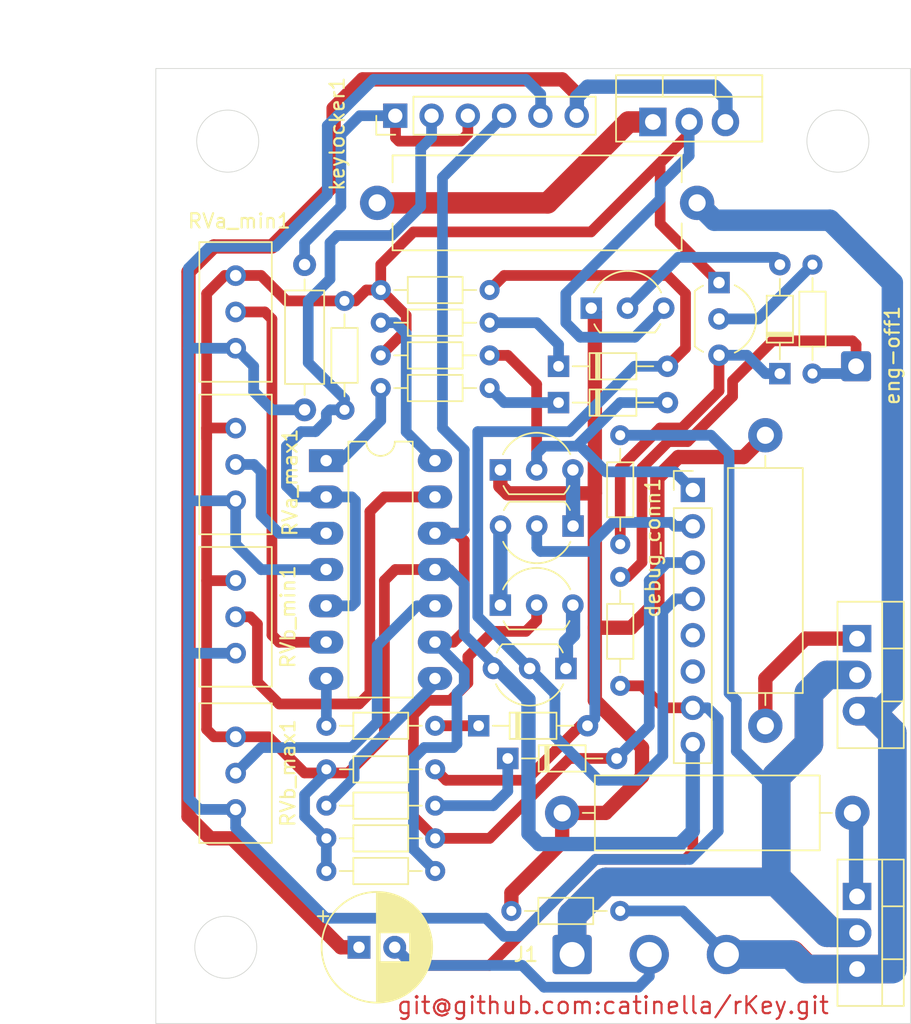
<source format=kicad_pcb>
(kicad_pcb (version 20211014) (generator pcbnew)
  (title_block (title "Resistor Key") (rev "2.1") (company "Panicosoft") (comment 1 "Two resistors version"))
  (layers (0 "F.Cu" signal) (31 "B.Cu" signal) (34 "B.Paste" user) (35 "F.Paste" user) (36 "B.SilkS" user "B.Silkscreen") (37 "F.SilkS" user "F.Silkscreen") (38 "B.Mask" user) (39 "F.Mask" user) (44 "Edge.Cuts" user))
  (net 0 "")
  (net 1 "Net-(Q8-Pad2)")
  (net 2 "GND")
  (net 3 "Net-(R2-Pad2)")
  (net 4 "Net-(R5-Pad1)")
  (net 5 "Net-(R3-Pad1)")
  (net 6 "Net-(J1-Pad3)")
  (net 7 "Net-(R1-Pad1)")
  (net 8 "Net-(R10-Pad2)")
  (net 9 "Net-(R5-Pad2)")
  (net 10 "Net-(Q3-Pad2)")
  (net 11 "Net-(Q1-Pad2)")
  (net 12 "Net-(R3-Pad2)")
  (net 13 "Net-(Q4-Pad2)")
  (net 14 "Net-(R6-Pad1)")
  (net 15 "Net-(R1-Pad2)")
  (net 16 "Net-(RVb_max1-Pad2)")
  (net 17 "Net-(RVa_min1-Pad2)")
  (net 18 "Net-(RVa_max1-Pad2)")
  (net 19 "Net-(RVb_min1-Pad2)")
  (net 20 "Net-(Q1-Pad1)")
  (net 21 "Net-(J1-Pad1)")
  (net 22 "Net-(R8-Pad1)")
  (net 23 "Net-(Q3-Pad3)")
  (net 24 "Net-(Q2-Pad3)")
  (net 25 "Net-(Q1-Pad3)")
  (net 26 "Net-(R7-Pad1)")
  (net 29 "Net-(R4-Pad1)")
  (net 30 "Net-(C1-Pad1)")
  (net 31 "Net-(R18-Pad2)")
  (net 32 "Net-(Q5-Pad2)")
  (net 33 "Net-(Q5-Pad3)")
  (net 34 "Net-(Q2-Pad2)")
  (net 35 "Net-(R2-Pad1)")
  (net 36 "Net-(R13-Pad2)")
  (net 37 "Net-(R4-Pad2)")
  (footprint "Resistor_THT:R_Axial_DIN0204_L3.6mm_D1.6mm_P7.62mm_Horizontal" (layer "F.Cu") (at 128.524 105.664)
    (fp_text reference "R17" hide)
    (fp_text value "8K")
  )
  (footprint "Potentiometer_THT:Potentiometer_Bourns_3296W_Vertical" (layer "F.Cu") (at 122.174 97.536 -90)
    (fp_text reference "RVb_min1")
    (fp_text value "10K")
  )
  (footprint "Resistor_THT:R_Axial_DIN0204_L3.6mm_D1.6mm_P7.62mm_Horizontal" (layer "F.Cu") (at 149.098 99.822 90)
    (fp_text reference "R14" hide)
    (fp_text value "100K")
  )
  (footprint "Package_TO_SOT_THT:TO-92L_Inline_Wide" (layer "F.Cu") (at 140.706 84.72)
    (fp_text reference "Q1" hide)
    (fp_text value "BC337")
  )
  (footprint "Package_TO_SOT_THT:TO-92L_Inline_Wide" (layer "F.Cu") (at 145.796 88.646 180)
    (fp_text reference "Q2" hide)
    (fp_text value "BC337")
  )
  (footprint "Resistor_THT:R_Axial_DIN0204_L3.6mm_D1.6mm_P7.62mm_Horizontal" (layer "F.Cu") (at 128.524 110.49)
    (fp_text reference "R16" hide)
    (fp_text value "8K")
  )
  (footprint "Resistor_THT:R_Axial_DIN0204_L3.6mm_D1.6mm_P7.62mm_Horizontal" (layer "F.Cu") (at 136.144 112.776 180)
    (fp_text reference "R8" hide)
    (fp_text value "2K")
  )
  (footprint "Diode_THT:D_DO-34_SOD68_P7.62mm_Horizontal" (layer "F.Cu") (at 141.224 104.902)
    (fp_text reference "ZD3" hide)
    (fp_text value "2V")
  )
  (footprint "Resistor_THT:R_Axial_DIN0204_L3.6mm_D1.6mm_P7.62mm_Horizontal" (layer "F.Cu") (at 162.56 70.358 -90)
    (fp_text reference "R13" hide)
    (fp_text value "12K")
  )
  (footprint "Package_DIP:DIP-14_W7.62mm_LongPads" (layer "F.Cu") (at 128.509 84.069)
    (fp_text reference "U1" hide)
    (fp_text value "TL084BCN")
  )
  (footprint "Connector_Wire:SolderWire-1sqmm_1x03_P5.4mm_D1.4mm_OD2.7mm" (layer "F.Cu") (at 145.73 118.618)
    (fp_text reference "J1")
    (fp_text value "Conn_01x03" hide)
  )
  (footprint "Package_TO_SOT_THT:TO-92L_Inline_Wide" (layer "F.Cu") (at 140.706 94.176)
    (fp_text reference "Q3" hide)
    (fp_text value "BC337")
  )
  (footprint "Capacitor_THT:CP_Radial_D7.5mm_P2.50mm" (layer "F.Cu") (at 130.81 118.11)
    (fp_text reference "C1" hide)
    (fp_text value "150uF")
  )
  (footprint "Resistor_THT:R_Axial_DIN0204_L3.6mm_D1.6mm_P7.62mm_Horizontal" (layer "F.Cu") (at 149.098 82.296 -90)
    (fp_text reference "R9" hide)
    (fp_text value "12K")
  )
  (footprint "Potentiometer_THT:Potentiometer_Bourns_3296W_Vertical" (layer "F.Cu") (at 122.174 86.878 -90)
    (fp_text reference "RVa_max1")
    (fp_text value "10K")
  )
  (footprint "Potentiometer_THT:Potentiometer_Bourns_3296W_Vertical" (layer "F.Cu") (at 122.174 108.468 -90)
    (fp_text reference "RVb_max1")
    (fp_text value "10K")
  )
  (footprint "Resistor_THT:R_Axial_DIN0204_L3.6mm_D1.6mm_P7.62mm_Horizontal" (layer "F.Cu") (at 128.524 102.616)
    (fp_text reference "R3" hide)
    (fp_text value "6K")
  )
  (footprint "Package_TO_SOT_THT:TO-220-3_Vertical" (layer "F.Cu") (at 165.679 96.52 -90)
    (fp_text reference "Q6" hide)
    (fp_text value "D45VH10")
  )
  (footprint "Package_TO_SOT_THT:TO-92L_Inline_Wide" (layer "F.Cu") (at 156.014 71.618 -90)
    (fp_text reference "Q5" hide)
    (fp_text value "BC327")
  )
  (footprint "Diode_THT:D_DO-34_SOD68_P7.62mm_Horizontal" (layer "F.Cu") (at 160.274 77.983 90)
    (fp_text reference "ZD1" hide)
    (fp_text value "2V")
  )
  (footprint "Connector_PinHeader_2.54mm:PinHeader_1x06_P2.54mm_Vertical" (layer "F.Cu") (at 133.35 59.944 90)
    (fp_text reference "keylocker1")
    (fp_text value "Conn_01x06" hide)
  )
  (footprint "Resistor_THT:R_Axial_DIN0204_L3.6mm_D1.6mm_P7.62mm_Horizontal" (layer "F.Cu") (at 132.334 76.708)
    (fp_text reference "R15" hide)
    (fp_text value "8K")
  )
  (footprint "Resistor_THT:R_Axial_DIN0207_L6.3mm_D2.5mm_P10.16mm_Horizontal" (layer "F.Cu") (at 127 80.518 90)
    (fp_text reference "R1" hide)
    (fp_text value "100")
  )
  (footprint "Package_TO_SOT_THT:TO-92L_Inline_Wide" (layer "F.Cu") (at 145.298 98.61 180)
    (fp_text reference "Q4" hide)
    (fp_text value "BC337")
  )
  (footprint "Diode_THT:D_DO-34_SOD68_P7.62mm_Horizontal" (layer "F.Cu") (at 139.187 102.616)
    (fp_text reference "ZD2" hide)
    (fp_text value "2V")
  )
  (footprint "Connector_PinHeader_2.54mm:PinHeader_1x08_P2.54mm_Vertical" (layer "F.Cu") (at 154.178 86.121)
    (fp_text reference "debug_conn1")
    (fp_text value "Conn_01x08" hide)
  )
  (footprint "Resistor_THT:R_Axial_DIN0204_L3.6mm_D1.6mm_P7.62mm_Horizontal" (layer "F.Cu") (at 149.098 115.57 180)
    (fp_text reference "R11" hide)
    (fp_text value "100K")
  )
  (footprint "Package_TO_SOT_THT:TO-220-3_Vertical" (layer "F.Cu") (at 151.384 60.381)
    (fp_text reference "U2" hide)
    (fp_text value "LM7810_TO220")
  )
  (footprint "Resistor_THT:R_Axial_DIN0204_L3.6mm_D1.6mm_P7.62mm_Horizontal" (layer "F.Cu") (at 132.334 72.136)
    (fp_text reference "R12" hide)
    (fp_text value "8K")
  )
  (footprint "Package_TO_SOT_THT:TO-220-3_Vertical" (layer "F.Cu") (at 165.679 114.554 -90)
    (fp_text reference "Q7" hide)
    (fp_text value "D45VH10")
  )
  (footprint "Resistor_THT:R_Axial_DIN0204_L3.6mm_D1.6mm_P7.62mm_Horizontal" (layer "F.Cu") (at 129.794 80.518 90)
    (fp_text reference "R7" hide)
    (fp_text value "2K")
  )
  (footprint "Resistor_THT:R_Axial_DIN0516_L15.5mm_D5.0mm_P20.32mm_Horizontal" (layer "F.Cu") (at 145.034 108.712)
    (fp_text reference "R10" hide)
    (fp_text value "100")
  )
  (footprint "Resistor_THT:R_Axial_DIN0204_L3.6mm_D1.6mm_P7.62mm_Horizontal" (layer "F.Cu") (at 132.334 74.422)
    (fp_text reference "R5" hide)
    (fp_text value "6K")
  )
  (footprint "Diode_THT:D_DO-34_SOD68_P7.62mm_Horizontal" (layer "F.Cu") (at 144.78 77.47)
    (fp_text reference "ZD4" hide)
    (fp_text value "2V")
  )
  (footprint "Resistor_THT:R_Axial_DIN0204_L3.6mm_D1.6mm_P7.62mm_Horizontal" (layer "F.Cu") (at 128.524 108.204)
    (fp_text reference "R4" hide)
    (fp_text value "6K")
  )
  (footprint "Resistor_THT:R_Axial_Power_L20.0mm_W6.4mm_P22.40mm" (layer "F.Cu") (at 132.08 66.04)
    (fp_text reference "R6" hide)
    (fp_text value "20")
  )
  (footprint "Connector_Wire:SolderWire-0.5sqmm_1x01_D0.9mm_OD2.1mm" (layer "F.Cu") (at 165.608 77.47)
    (fp_text reference "eng-off1")
    (fp_text value "Conn_01x01" hide)
  )
  (footprint "Potentiometer_THT:Potentiometer_Bourns_3296W_Vertical" (layer "F.Cu") (at 122.174 76.21 -90)
    (fp_text reference "RVa_min1")
    (fp_text value "10K")
  )
  (footprint "Diode_THT:D_DO-34_SOD68_P7.62mm_Horizontal" (layer "F.Cu") (at 144.78 80.01)
    (fp_text reference "ZD5" hide)
    (fp_text value "2V")
  )
  (footprint "Resistor_THT:R_Axial_DIN0204_L3.6mm_D1.6mm_P7.62mm_Horizontal" (layer "F.Cu") (at 132.334 78.994)
    (fp_text reference "R2" hide)
    (fp_text value "6K")
  )
  (footprint "Resistor_THT:R_Axial_DIN0516_L15.5mm_D5.0mm_P20.32mm_Horizontal" (layer "F.Cu") (at 159.258 82.296 -90)
    (fp_text reference "R18" hide)
    (fp_text value "100")
  )
  (footprint "Package_TO_SOT_THT:TO-92L_Inline_Wide" (layer "F.Cu") (at 147.066 73.406)
    (fp_text reference "Q8" hide)
    (fp_text value "BC337")
  )
  (gr_circle (center 121.618092 61.722) (end 123.650092 62.484) (layer "Edge.Cuts") (width 0.05) (fill none))
  (gr_circle (center 164.338 61.722) (end 166.37 62.484) (layer "Edge.Cuts") (width 0.05) (fill none))
  (gr_rect (start 116.586 56.642) (end 169.418 123.444) (layer "Edge.Cuts") (width 0.05) (fill none))
  (gr_circle (center 121.48282 118.11) (end 123.51482 118.872) (layer "Edge.Cuts") (width 0.05) (fill none))
  (gr_text "git@github.com:catinella/rKey.git" (at 148.59 122.174) (layer "F.Cu") (effects (font (size 1.2 1.2))))
  (segment (start 153.162 69.85) (end 149.606 73.406) (width 0.75) (layer "B.Cu") (net 1))
  (segment (start 160.274 70.104) (end 160.02 69.85) (width 0.75) (layer "B.Cu") (net 1))
  (segment (start 160.02 69.85) (end 153.162 69.85) (width 0.75) (layer "B.Cu") (net 1))
  (segment (start 133.31 118.11) (end 134.58 119.38) (width 0.75) (layer "F.Cu") (net 2))
  (segment (start 153.924 61.1975) (end 153.924 60.635) (width 0.75) (layer "F.Cu") (net 2))
  (segment (start 132.334 70.358) (end 134.62 68.072) (width 0.75) (layer "F.Cu") (net 2))
  (segment (start 131.318 72.136) (end 132.334 72.136) (width 0.75) (layer "F.Cu") (net 2))
  (segment (start 120.66 103.388) (end 124.47 103.388) (width 0.75) (layer "F.Cu") (net 2))
  (segment (start 130.048 105.918) (end 132.588 103.378) (width 0.75) (layer "F.Cu") (net 2))
  (segment (start 120.142 102.87) (end 120.66 103.388) (width 0.75) (layer "F.Cu") (net 2))
  (segment (start 147.371 111.963) (end 153.647498 111.963) (width 0.75) (layer "F.Cu") (net 2))
  (segment (start 134.112 73.914) (end 132.334 72.136) (width 0.75) (layer "F.Cu") (net 2))
  (segment (start 132.588 103.378) (end 132.588 92.456) (width 0.75) (layer "F.Cu") (net 2))
  (segment (start 151.892 67.496) (end 156.014 71.618) (width 0.75) (layer "F.Cu") (net 2))
  (segment (start 132.334 72.136) (end 132.334 70.358) (width 0.75) (layer "F.Cu") (net 2))
  (segment (start 123.952 71.12) (end 125.73 72.898) (width 0.75) (layer "F.Cu") (net 2))
  (segment (start 132.588 92.456) (end 133.355 91.689) (width 0.75) (layer "F.Cu") (net 2))
  (segment (start 130.556 72.898) (end 131.318 72.136) (width 0.75) (layer "F.Cu") (net 2))
  (segment (start 153.924 60.381) (end 153.924 61.214) (width 0.75) (layer "F.Cu") (net 2))
  (segment (start 139.954 119.38) (end 147.371 111.963) (width 0.75) (layer "F.Cu") (net 2))
  (segment (start 122.174 92.456) (end 122.164 92.466) (width 0.75) (layer "F.Cu") (net 2))
  (segment (start 153.647498 111.963) (end 154.178 111.432498) (width 0.75) (layer "F.Cu") (net 2))
  (segment (start 121.412 71.12) (end 123.952 71.12) (width 0.75) (layer "F.Cu") (net 2))
  (segment (start 134.112 74.93) (end 134.112 73.914) (width 0.75) (layer "F.Cu") (net 2))
  (segment (start 153.924 61.214) (end 151.892 63.246) (width 0.75) (layer "F.Cu") (net 2))
  (segment (start 120.142 81.788) (end 120.142 102.87) (width 0.75) (layer "F.Cu") (net 2))
  (segment (start 127 105.918) (end 130.048 105.918) (width 0.75) (layer "F.Cu") (net 2))
  (segment (start 122.164 81.788) (end 120.142 81.788) (width 0.75) (layer "F.Cu") (net 2))
  (segment (start 124.47 103.388) (end 127 105.918) (width 0.75) (layer "F.Cu") (net 2))
  (segment (start 147.0495 68.072) (end 153.924 61.1975) (width 0.75) (layer "F.Cu") (net 2))
  (segment (start 122.164 92.466) (end 120.142 92.466) (width 0.75) (layer "F.Cu") (net 2))
  (segment (start 132.334 76.708) (end 134.112 74.93) (width 0.75) (layer "F.Cu") (net 2))
  (segment (start 120.142 72.39) (end 121.412 71.12) (width 0.75) (layer "F.Cu") (net 2))
  (segment (start 125.73 72.898) (end 130.556 72.898) (width 0.75) (layer "F.Cu") (net 2))
  (segment (start 154.178 111.432498) (end 154.178 103.901) (width 0.75) (layer "F.Cu") (net 2))
  (segment (start 122.174 81.798) (end 122.164 81.788) (width 0.75) (layer "F.Cu") (net 2))
  (segment (start 151.892 63.246) (end 151.892 67.496) (width 0.75) (layer "F.Cu") (net 2))
  (segment (start 134.62 68.072) (end 147.0495 68.072) (width 0.75) (layer "F.Cu") (net 2))
  (segment (start 120.142 82.55) (end 120.142 72.39) (width 0.75) (layer "F.Cu") (net 2))
  (segment (start 133.355 91.689) (end 137.145 91.689) (width 0.75) (layer "F.Cu") (net 2))
  (segment (start 134.58 119.38) (end 139.954 119.38) (width 0.75) (layer "F.Cu") (net 2))
  (segment (start 154.178 103.901) (end 154.178 109.982) (width 1) (layer "B.Cu") (net 2))
  (segment (start 151.13 120.142) (end 150.368 120.904) (width 0.75) (layer "B.Cu") (net 2))
  (segment (start 146.304 75.438) (end 145.288 74.422) (width 0.75) (layer "B.Cu") (net 2))
  (segment (start 145.288 74.422) (end 145.288 72.39) (width 0.75) (layer "B.Cu") (net 2))
  (segment (start 128.524 110.49) (end 127 108.966) (width 0.75) (layer "B.Cu") (net 2))
  (segment (start 151.892 64.77) (end 153.924 62.738) (width 0.75) (layer "B.Cu") (net 2))
  (segment (start 151.13 118.618) (end 151.13 120.142) (width 0.75) (layer "B.Cu") (net 2))
  (segment (start 153.272 110.888) (end 143.4 110.888) (width 1) (layer "B.Cu") (net 2))
  (segment (start 140.218 98.308) (end 138.176 96.266) (width 0.75) (layer "B.Cu") (net 2))
  (segment (start 127 107.442) (end 128.524 105.918) (width 0.75) (layer "B.Cu") (net 2))
  (segment (start 142.24 119.38) (end 134.58 119.38) (width 0.75) (layer "B.Cu") (net 2))
  (segment (start 142.674 110.162) (end 142.674 100.764) (width 1) (layer "B.Cu") (net 2))
  (segment (start 143.764 120.904) (end 142.24 119.38) (width 0.75) (layer "B.Cu") (net 2))
  (segment (start 154.178 109.982) (end 153.272 110.888) (width 1) (layer "B.Cu") (net 2))
  (segment (start 138.176 96.266) (end 138.176 92.72) (width 0.75) (layer "B.Cu") (net 2))
  (segment (start 145.288 72.39) (end 151.892 65.786) (width 0.75) (layer "B.Cu") (net 2))
  (segment (start 143.4 110.888) (end 142.674 110.162) (width 1) (layer "B.Cu") (net 2))
  (segment (start 138.176 92.72) (end 137.145 91.689) (width 0.75) (layer "B.Cu") (net 2))
  (segment (start 134.58 119.38) (end 133.31 118.11) (width 0.75) (layer "B.Cu") (net 2))
  (segment (start 128.524 112.776) (end 128.524 110.49) (width 0.75) (layer "B.Cu") (net 2))
  (segment (start 152.146 73.406) (end 150.114 75.438) (width 0.75) (layer "B.Cu") (net 2))
  (segment (start 150.114 75.438) (end 146.304 75.438) (width 0.75) (layer "B.Cu") (net 2))
  (segment (start 142.674 100.764) (end 140.218 98.308) (width 1) (layer "B.Cu") (net 2))
  (segment (start 150.368 120.904) (end 143.764 120.904) (width 0.75) (layer "B.Cu") (net 2))
  (segment (start 151.892 65.786) (end 151.892 64.77) (width 0.75) (layer "B.Cu") (net 2))
  (segment (start 127 108.966) (end 127 107.442) (width 0.75) (layer "B.Cu") (net 2))
  (segment (start 153.924 62.738) (end 153.924 60.381) (width 0.75) (layer "B.Cu") (net 2))
  (segment (start 140.97 80.01) (end 144.78 80.01) (width 0.75) (layer "B.Cu") (net 3))
  (segment (start 139.954 78.994) (end 140.97 80.01) (width 0.75) (layer "B.Cu") (net 3))
  (segment (start 134.112 75.184) (end 133.35 74.422) (width 0.75) (layer "B.Cu") (net 4))
  (segment (start 133.35 74.422) (end 132.334 74.422) (width 0.75) (layer "B.Cu") (net 4))
  (segment (start 136.129 84.069) (end 134.112 82.052) (width 0.75) (layer "B.Cu") (net 4))
  (segment (start 134.112 82.052) (end 134.112 75.184) (width 0.75) (layer "B.Cu") (net 4))
  (segment (start 128.524 99.324) (end 128.524 102.616) (width 0.75) (layer "B.Cu") (net 5))
  (segment (start 128.509 99.309) (end 128.524 99.324) (width 0.75) (layer "B.Cu") (net 5))
  (segment (start 156.53 118.618) (end 161.107 118.618) (width 2) (layer "F.Cu") (net 6))
  (segment (start 162.123 119.634) (end 167.894 119.634) (width 2) (layer "F.Cu") (net 6))
  (segment (start 166.624 101.6) (end 165.679 101.6) (width 2) (layer "F.Cu") (net 6))
  (segment (start 167.894 119.634) (end 168.148 119.38) (width 2) (layer "F.Cu") (net 6))
  (segment (start 168.148 103.124) (end 166.624 101.6) (width 2) (layer "F.Cu") (net 6))
  (segment (start 168.148 119.38) (end 168.148 103.124) (width 2) (layer "F.Cu") (net 6))
  (segment (start 161.107 118.618) (end 162.123 119.634) (width 2) (layer "F.Cu") (net 6))
  (segment (start 161.036 118.618) (end 156.53 118.618) (width 2) (layer "B.Cu") (net 6))
  (segment (start 162.052 119.634) (end 161.036 118.618) (width 2) (layer "B.Cu") (net 6))
  (segment (start 167.132 101.6) (end 168.148 100.584) (width 1.5) (layer "B.Cu") (net 6))
  (segment (start 168.148 100.584) (end 168.148 71.628) (width 1.5) (layer "B.Cu") (net 6))
  (segment (start 155.695 67.255) (end 154.48 66.04) (width 1.5) (layer "B.Cu") (net 6))
  (segment (start 168.148 103.124) (end 168.148 119.634) (width 2) (layer "B.Cu") (net 6))
  (segment (start 163.775 67.255) (end 155.695 67.255) (width 1.5) (layer "B.Cu") (net 6))
  (segment (start 165.679 101.6) (end 167.132 101.6) (width 1.5) (layer "B.Cu") (net 6))
  (segment (start 168.148 71.628) (end 163.775 67.255) (width 1.5) (layer "B.Cu") (net 6))
  (segment (start 149.098 115.57) (end 153.482 115.57) (width 0.75) (layer "B.Cu") (net 6))
  (segment (start 165.679 101.6) (end 166.624 101.6) (width 2) (layer "B.Cu") (net 6))
  (segment (start 166.624 101.6) (end 168.148 103.124) (width 2) (layer "B.Cu") (net 6))
  (segment (start 153.482 115.57) (end 156.53 118.618) (width 0.75) (layer "B.Cu") (net 6))
  (segment (start 168.148 119.634) (end 162.052 119.634) (width 2) (layer "B.Cu") (net 6))
  (segment (start 150.622 99.822) (end 152.161 101.361) (width 0.75) (layer "F.Cu") (net 7))
  (segment (start 152.161 101.361) (end 154.178 101.361) (width 0.75) (layer "F.Cu") (net 7))
  (segment (start 149.098 99.822) (end 150.622 99.822) (width 0.75) (layer "F.Cu") (net 7))
  (segment (start 118.872 107.696) (end 118.872 86.878) (width 0.75) (layer "B.Cu") (net 7))
  (segment (start 119.644 108.468) (end 118.872 107.696) (width 0.75) (layer "B.Cu") (net 7))
  (segment (start 127 80.518) (end 124.714 80.518) (width 0.75) (layer "B.Cu") (net 7))
  (segment (start 122.174 108.468) (end 119.644 108.468) (width 0.75) (layer "B.Cu") (net 7))
  (segment (start 139.7 116.078) (end 128.498877 116.078) (width 0.75) (layer "B.Cu") (net 7))
  (segment (start 122.174 89.916) (end 122.174 86.878) (width 0.75) (layer "B.Cu") (net 7))
  (segment (start 128.59 60.64) (end 131.826 57.404) (width 0.75) (layer "B.Cu") (net 7))
  (segment (start 155.956 109.982) (end 153.975 111.963) (width 0.75) (layer "B.Cu") (net 7))
  (segment (start 118.882 76.21) (end 118.872 76.2) (width 0.75) (layer "B.Cu") (net 7))
  (segment (start 120.396 69.088) (end 124.968 69.088) (width 0.75) (layer "B.Cu") (net 7))
  (segment (start 118.872 70.612) (end 120.396 69.088) (width 0.75) (layer "B.Cu") (net 7))
  (segment (start 123.952 91.694) (end 122.174 89.916) (width 0.75) (layer "B.Cu") (net 7))
  (segment (start 153.975 111.963) (end 147.371 111.963) (width 0.75) (layer "B.Cu") (net 7))
  (segment (start 118.872 87.376) (end 118.872 76.2) (width 0.75) (layer "B.Cu") (net 7))
  (segment (start 155.209 101.361) (end 155.956 102.108) (width 0.75) (layer "B.Cu") (net 7))
  (segment (start 143.525 58.435) (end 143.525 59.69) (width 0.75) (layer "B.Cu") (net 7))
  (segment (start 155.956 102.108) (end 155.956 109.982) (width 0.75) (layer "B.Cu") (net 7))
  (segment (start 122.164 97.546) (end 118.872 97.546) (width 0.75) (layer "B.Cu") (net 7))
  (segment (start 154.178 101.361) (end 155.209 101.361) (width 0.75) (layer "B.Cu") (net 7))
  (segment (start 128.509 91.689) (end 128.504 91.694) (width 0.75) (layer "B.Cu") (net 7))
  (segment (start 122.174 76.21) (end 118.882 76.21) (width 0.75) (layer "B.Cu") (net 7))
  (segment (start 131.826 57.404) (end 142.494 57.404) (width 0.75) (layer "B.Cu") (net 7))
  (segment (start 124.968 69.088) (end 128.59 65.466) (width 0.75) (layer "B.Cu") (net 7))
  (segment (start 118.872 76.2) (end 118.872 73.914) (width 0.75) (layer "B.Cu") (net 7))
  (segment (start 124.714 80.518) (end 123.434 79.238) (width 0.75) (layer "B.Cu") (net 7))
  (segment (start 123.434 79.238) (end 123.434 77.47) (width 0.75) (layer "B.Cu") (net 7))
  (segment (start 122.174 97.536) (end 122.164 97.546) (width 0.75) (layer "B.Cu") (net 7))
  (segment (start 128.59 65.466) (end 128.59 60.64) (width 0.75) (layer "B.Cu") (net 7))
  (segment (start 123.434 77.47) (end 122.174 76.21) (width 0.75) (layer "B.Cu") (net 7))
  (segment (start 142.494 57.404) (end 143.525 58.435) (width 0.75) (layer "B.Cu") (net 7))
  (segment (start 128.498877 116.078) (end 122.174 109.753123) (width 0.75) (layer "B.Cu") (net 7))
  (segment (start 122.174 109.753123) (end 122.174 108.468) (width 0.75) (layer "B.Cu") (net 7))
  (segment (start 140.97 117.348) (end 139.7 116.078) (width 0.75) (layer "B.Cu") (net 7))
  (segment (start 118.872 86.878) (end 122.174 86.878) (width 0.75) (layer "B.Cu") (net 7))
  (segment (start 141.986 117.348) (end 140.97 117.348) (width 0.75) (layer "B.Cu") (net 7))
  (segment (start 147.371 111.963) (end 141.986 117.348) (width 0.75) (layer "B.Cu") (net 7))
  (segment (start 118.872 74.168) (end 118.872 70.612) (width 0.75) (layer "B.Cu") (net 7))
  (segment (start 128.504 91.694) (end 123.952 91.694) (width 0.75) (layer "B.Cu") (net 7))
  (segment (start 165.679 114.554) (end 165.608 114.483) (width 0.75) (layer "B.Cu") (net 8))
  (segment (start 165.608 114.483) (end 165.608 108.712) (width 1) (layer "B.Cu") (net 8))
  (segment (start 139.954 74.422) (end 143.256 74.422) (width 0.75) (layer "B.Cu") (net 9))
  (segment (start 144.78 75.946) (end 144.78 77.47) (width 0.75) (layer "B.Cu") (net 9))
  (segment (start 143.256 74.422) (end 144.78 75.946) (width 0.75) (layer "B.Cu") (net 9))
  (segment (start 135.636 100.838) (end 137.213833 100.838) (width 0.75) (layer "F.Cu") (net 10))
  (segment (start 137.213833 100.838) (end 138.43 99.621833) (width 0.75) (layer "F.Cu") (net 10))
  (segment (start 145.542 104.902) (end 139.954 110.49) (width 0.75) (layer "F.Cu") (net 10))
  (segment (start 148.844 104.902) (end 145.542 104.902) (width 0.75) (layer "F.Cu") (net 10))
  (segment (start 140.208 96.012) (end 142.494 96.012) (width 0.75) (layer "F.Cu") (net 10))
  (segment (start 142.494 96.012) (end 143.246 95.26) (width 0.75) (layer "F.Cu") (net 10))
  (segment (start 134.62 108.966) (end 134.62 101.854) (width 0.75) (layer "F.Cu") (net 10))
  (segment (start 138.43 97.79) (end 140.208 96.012) (width 0.75) (layer "F.Cu") (net 10))
  (segment (start 143.246 95.26) (end 143.246 94.176) (width 0.75) (layer "F.Cu") (net 10))
  (segment (start 136.144 110.49) (end 134.62 108.966) (width 0.75) (layer "F.Cu") (net 10))
  (segment (start 139.954 110.49) (end 136.144 110.49) (width 0.75) (layer "F.Cu") (net 10))
  (segment (start 138.43 99.621833) (end 138.43 97.79) (width 0.75) (layer "F.Cu") (net 10))
  (segment (start 134.62 101.854) (end 135.636 100.838) (width 0.75) (layer "F.Cu") (net 10))
  (segment (start 151.13 102.616) (end 148.844 104.902) (width 0.75) (layer "B.Cu") (net 10))
  (segment (start 151.13 92.456) (end 151.13 102.616) (width 0.75) (layer "B.Cu") (net 10))
  (segment (start 154.178 91.201) (end 152.385 91.201) (width 0.75) (layer "B.Cu") (net 10))
  (segment (start 152.385 91.201) (end 151.13 92.456) (width 0.75) (layer "B.Cu") (net 10))
  (segment (start 141.224 76.708) (end 143.246 78.73) (width 0.75) (layer "F.Cu") (net 11))
  (segment (start 143.246 78.73) (end 143.246 84.72) (width 0.75) (layer "F.Cu") (net 11))
  (segment (start 139.954 76.708) (end 141.224 76.708) (width 0.75) (layer "F.Cu") (net 11))
  (segment (start 146.304 83.058) (end 148.097 84.851) (width 0.75) (layer "B.Cu") (net 11))
  (segment (start 148.097 84.851) (end 152.908 84.851) (width 0.75) (layer "B.Cu") (net 11))
  (segment (start 152.908 84.851) (end 154.178 86.121) (width 0.75) (layer "B.Cu") (net 11))
  (segment (start 143.246 84.72) (end 143.246 83.576) (width 0.75) (layer "B.Cu") (net 11))
  (segment (start 143.764 83.058) (end 146.05 83.058) (width 0.75) (layer "B.Cu") (net 11))
  (segment (start 146.05 83.058) (end 149.098 80.01) (width 0.75) (layer "B.Cu") (net 11))
  (segment (start 143.246 83.576) (end 143.764 83.058) (width 0.75) (layer "B.Cu") (net 11))
  (segment (start 149.098 80.01) (end 152.4 80.01) (width 0.75) (layer "B.Cu") (net 11))
  (segment (start 139.187 102.616) (end 136.144 102.616) (width 0.75) (layer "F.Cu") (net 12))
  (segment (start 153.67 72.39) (end 153.67 76.2) (width 0.75) (layer "F.Cu") (net 13))
  (segment (start 140.97 71.12) (end 152.4 71.12) (width 0.75) (layer "F.Cu") (net 13))
  (segment (start 152.4 71.12) (end 153.67 72.39) (width 0.75) (layer "F.Cu") (net 13))
  (segment (start 139.954 72.136) (end 140.97 71.12) (width 0.75) (layer "F.Cu") (net 13))
  (segment (start 153.67 76.2) (end 152.4 77.47) (width 0.75) (layer "F.Cu") (net 13))
  (segment (start 147.574 106.426) (end 150.368 106.426) (width 0.75) (layer "B.Cu") (net 13))
  (segment (start 144.526 100.378) (end 144.526 103.378) (width 0.75) (layer "B.Cu") (net 13))
  (segment (start 152.4 77.47) (end 150.114 77.47) (width 0.75) (layer "B.Cu") (net 13))
  (segment (start 139.126 82.042) (end 139.126 94.978) (width 0.75) (layer "B.Cu") (net 13))
  (segment (start 150.368 106.426) (end 152.08 104.714) (width 0.75) (layer "B.Cu") (net 13))
  (segment (start 145.542 82.042) (end 139.126 82.042) (width 0.75) (layer "B.Cu") (net 13))
  (segment (start 150.114 77.47) (end 145.542 82.042) (width 0.75) (layer "B.Cu") (net 13))
  (segment (start 144.526 103.378) (end 147.574 106.426) (width 0.75) (layer "B.Cu") (net 13))
  (segment (start 152.966502 93.741) (end 154.178 93.741) (width 0.75) (layer "B.Cu") (net 13))
  (segment (start 152.08 94.627502) (end 152.966502 93.741) (width 0.75) (layer "B.Cu") (net 13))
  (segment (start 139.126 94.978) (end 144.526 100.378) (width 0.75) (layer "B.Cu") (net 13))
  (segment (start 152.08 104.714) (end 152.08 94.627502) (width 0.75) (layer "B.Cu") (net 13))
  (segment (start 132.08 66.04) (end 144.018 66.04) (width 1.5) (layer "F.Cu") (net 14))
  (segment (start 149.677 60.381) (end 151.384 60.381) (width 1.5) (layer "F.Cu") (net 14))
  (segment (start 144.018 66.04) (end 149.677 60.381) (width 1.5) (layer "F.Cu") (net 14))
  (segment (start 133.604 61.722) (end 137.922 61.722) (width 0.75) (layer "F.Cu") (net 15))
  (segment (start 138.43 61.214) (end 138.43 59.944) (width 0.75) (layer "F.Cu") (net 15))
  (segment (start 137.922 61.722) (end 138.43 61.214) (width 0.75) (layer "F.Cu") (net 15))
  (segment (start 133.365 59.69) (end 133.365 61.483) (width 0.75) (layer "F.Cu") (net 15))
  (segment (start 133.365 61.483) (end 133.604 61.722) (width 0.75) (layer "F.Cu") (net 15))
  (segment (start 127 70.358) (end 127 68.834) (width 0.75) (layer "B.Cu") (net 15))
  (segment (start 130.863498 59.944) (end 133.35 59.944) (width 0.75) (layer "B.Cu") (net 15))
  (segment (start 129.54 66.294) (end 129.54 61.267498) (width 0.75) (layer "B.Cu") (net 15))
  (segment (start 127 68.834) (end 129.54 66.294) (width 0.75) (layer "B.Cu") (net 15))
  (segment (start 129.54 61.267498) (end 130.863498 59.944) (width 0.75) (layer "B.Cu") (net 15))
  (segment (start 132.08 102.362) (end 132.08 97.028) (width 0.75) (layer "B.Cu") (net 16))
  (segment (start 123.962 104.14) (end 130.302 104.14) (width 0.75) (layer "B.Cu") (net 16))
  (segment (start 132.08 97.028) (end 134.879 94.229) (width 0.75) (layer "B.Cu") (net 16))
  (segment (start 122.174 105.928) (end 123.962 104.14) (width 0.75) (layer "B.Cu") (net 16))
  (segment (start 130.302 104.14) (end 132.08 102.362) (width 0.75) (layer "B.Cu") (net 16))
  (segment (start 134.879 94.229) (end 136.129 94.229) (width 0.75) (layer "B.Cu") (net 16))
  (segment (start 124.216 73.67) (end 122.174 73.67) (width 0.75) (layer "F.Cu") (net 17))
  (segment (start 124.714 96.266) (end 124.714 74.168) (width 0.75) (layer "F.Cu") (net 17))
  (segment (start 128.504 96.774) (end 125.222 96.774) (width 0.75) (layer "F.Cu") (net 17))
  (segment (start 124.714 74.168) (end 124.216 73.67) (width 0.75) (layer "F.Cu") (net 17))
  (segment (start 128.509 96.769) (end 128.504 96.774) (width 0.75) (layer "F.Cu") (net 17))
  (segment (start 125.222 96.774) (end 124.714 96.266) (width 0.75) (layer "F.Cu") (net 17))
  (segment (start 128.509 89.149) (end 128.504 89.154) (width 0.75) (layer "B.Cu") (net 18))
  (segment (start 123.952 87.884) (end 123.952 84.836) (width 0.75) (layer "B.Cu") (net 18))
  (segment (start 123.454 84.338) (end 122.174 84.338) (width 0.75) (layer "B.Cu") (net 18))
  (segment (start 123.952 84.836) (end 123.454 84.338) (width 0.75) (layer "B.Cu") (net 18))
  (segment (start 128.504 89.154) (end 125.222 89.154) (width 0.75) (layer "B.Cu") (net 18))
  (segment (start 125.222 89.154) (end 123.952 87.884) (width 0.75) (layer "B.Cu") (net 18))
  (segment (start 132.593 86.609) (end 136.129 86.609) (width 0.75) (layer "F.Cu") (net 19))
  (segment (start 131.572 100.33) (end 131.572 87.63) (width 0.75) (layer "F.Cu") (net 19))
  (segment (start 131.572 87.63) (end 132.593 86.609) (width 0.75) (layer "F.Cu") (net 19))
  (segment (start 123.698 95.504) (end 123.698 99.568) (width 0.75) (layer "F.Cu") (net 19))
  (segment (start 125.222 101.092) (end 130.81 101.092) (width 0.75) (layer "F.Cu") (net 19))
  (segment (start 123.698 99.568) (end 125.222 101.092) (width 0.75) (layer "F.Cu") (net 19))
  (segment (start 122.174 94.996) (end 123.19 94.996) (width 0.75) (layer "F.Cu") (net 19))
  (segment (start 123.19 94.996) (end 123.698 95.504) (width 0.75) (layer "F.Cu") (net 19))
  (segment (start 130.81 101.092) (end 131.572 100.33) (width 0.75) (layer "F.Cu") (net 19))
  (segment (start 140.706 85.842) (end 140.706 84.72) (width 1) (layer "F.Cu") (net 20))
  (segment (start 145.034 108.712) (end 148.082 108.712) (width 1) (layer "F.Cu") (net 20))
  (segment (start 147.32 73.66) (end 147.32 86.36) (width 1) (layer "F.Cu") (net 20))
  (segment (start 151.697 85.285) (end 151.697 93.921) (width 1) (layer "F.Cu") (net 20))
  (segment (start 147.32 86.36) (end 141.224 86.36) (width 1) (layer "F.Cu") (net 20))
  (segment (start 149.86 95.758) (end 147.32 95.758) (width 1) (layer "F.Cu") (net 20))
  (segment (start 145.034 110.744) (end 141.478 114.3) (width 1) (layer "F.Cu") (net 20))
  (segment (start 159.258 82.296) (end 157.734 83.82) (width 1) (layer "F.Cu") (net 20))
  (segment (start 147.32 95.758) (end 147.32 85.09) (width 1) (layer "F.Cu") (net 20))
  (segment (start 141.224 86.36) (end 140.706 85.842) (width 1) (layer "F.Cu") (net 20))
  (segment (start 157.734 83.82) (end 153.162 83.82) (width 1) (layer "F.Cu") (net 20))
  (segment (start 150.622 106.172) (end 150.622 104.14) (width 1) (layer "F.Cu") (net 20))
  (segment (start 147.066 73.406) (end 147.32 73.66) (width 1) (layer "F.Cu") (net 20))
  (segment (start 153.162 83.82) (end 151.697 85.285) (width 1) (layer "F.Cu") (net 20))
  (segment (start 150.622 104.14) (end 147.32 100.838) (width 1) (layer "F.Cu") (net 20))
  (segment (start 148.082 108.712) (end 150.622 106.172) (width 1) (layer "F.Cu") (net 20))
  (segment (start 147.32 100.838) (end 147.32 95.758) (width 1) (layer "F.Cu") (net 20))
  (segment (start 151.697 93.921) (end 149.86 95.758) (width 1) (layer "F.Cu") (net 20))
  (segment (start 145.034 108.712) (end 145.034 110.744) (width 1) (layer "F.Cu") (net 20))
  (segment (start 141.478 114.3) (end 141.478 115.57) (width 1) (layer "F.Cu") (net 20))
  (segment (start 162.306 103.886) (end 162.306 100.33) (width 2) (layer "F.Cu") (net 21))
  (segment (start 160.02 113.2475) (end 160.02 106.172) (width 2) (layer "F.Cu") (net 21))
  (segment (start 160.02 113.538) (end 148.082 113.538) (width 2) (layer "F.Cu") (net 21))
  (segment (start 162.306 100.33) (end 163.576 99.06) (width 2) (layer "F.Cu") (net 21))
  (segment (start 163.8665 117.094) (end 160.02 113.2475) (width 2) (layer "F.Cu") (net 21))
  (segment (start 165.679 117.094) (end 163.8665 117.094) (width 2) (layer "F.Cu") (net 21))
  (segment (start 160.02 106.172) (end 162.306 103.886) (width 2) (layer "F.Cu") (net 21))
  (segment (start 163.576 99.06) (end 165.679 99.06) (width 2) (layer "F.Cu") (net 21))
  (segment (start 163.576 117.094) (end 160.02 113.538) (width 2) (layer "F.Cu") (net 21))
  (segment (start 165.679 117.094) (end 163.576 117.094) (width 2) (layer "F.Cu") (net 21))
  (segment (start 148.082 113.538) (end 145.73 115.89) (width 2) (layer "F.Cu") (net 21))
  (segment (start 145.73 115.89) (end 145.73 118.618) (width 2) (layer "F.Cu") (net 21))
  (segment (start 160.02 113.2475) (end 163.8665 117.094) (width 2) (layer "B.Cu") (net 21))
  (segment (start 156.718 83.566) (end 155.448 82.296) (width 0.75) (layer "B.Cu") (net 21))
  (segment (start 160.02 113.538) (end 163.576 117.094) (width 2) (layer "B.Cu") (net 21))
  (segment (start 156.718 100.33) (end 156.718 83.566) (width 0.75) (layer "B.Cu") (net 21))
  (segment (start 165.679 99.06) (end 163.576 99.06) (width 2) (layer "B.Cu") (net 21))
  (segment (start 163.576 117.094) (end 165.679 117.094) (width 2) (layer "B.Cu") (net 21))
  (segment (start 145.73 118.618) (end 145.73 115.89) (width 2) (layer "B.Cu") (net 21))
  (segment (start 162.306 100.33) (end 162.306 103.886) (width 2) (layer "B.Cu") (net 21))
  (segment (start 163.8665 117.094) (end 165.679 117.094) (width 2) (layer "B.Cu") (net 21))
  (segment (start 155.448 82.296) (end 149.098 82.296) (width 0.75) (layer "B.Cu") (net 21))
  (segment (start 160.02 106.172) (end 160.02 113.2475) (width 2) (layer "B.Cu") (net 21))
  (segment (start 163.576 99.06) (end 162.306 100.33) (width 2) (layer "B.Cu") (net 21))
  (segment (start 157.226 104.394) (end 157.226 100.838) (width 0.75) (layer "B.Cu") (net 21))
  (segment (start 162.306 103.886) (end 160.02 106.172) (width 2) (layer "B.Cu") (net 21))
  (segment (start 159.512 106.68) (end 157.226 104.394) (width 0.75) (layer "B.Cu") (net 21))
  (segment (start 145.73 115.89) (end 148.082 113.538) (width 2) (layer "B.Cu") (net 21))
  (segment (start 148.082 113.538) (end 160.02 113.538) (width 2) (layer "B.Cu") (net 21))
  (segment (start 157.226 100.838) (end 156.718 100.33) (width 0.75) (layer "B.Cu") (net 21))
  (segment (start 137.145 96.769) (end 137.419 96.769) (width 0.75) (layer "F.Cu") (net 22))
  (segment (start 137.419 96.769) (end 138.176 96.012) (width 0.75) (layer "F.Cu") (net 22))
  (segment (start 138.176 89.662) (end 137.663 89.149) (width 0.75) (layer "F.Cu") (net 22))
  (segment (start 137.663 89.149) (end 136.129 89.149) (width 0.75) (layer "F.Cu") (net 22))
  (segment (start 138.176 96.012) (end 138.176 89.662) (width 0.75) (layer "F.Cu") (net 22))
  (segment (start 134.62 104.902) (end 135.382 104.14) (width 0.75) (layer "B.Cu") (net 22))
  (segment (start 138.176 99.822) (end 138.176 98.816) (width 0.75) (layer "B.Cu") (net 22))
  (segment (start 134.62 111.252) (end 134.62 104.902) (width 0.75) (layer "B.Cu") (net 22))
  (segment (start 137.414 104.14) (end 137.668 103.886) (width 0.75) (layer "B.Cu") (net 22))
  (segment (start 138.176 88.9) (end 137.927 89.149) (width 0.75) (layer "B.Cu") (net 22))
  (segment (start 136.652 81.788) (end 138.176 83.312) (width 0.75) (layer "B.Cu") (net 22))
  (segment (start 137.668 100.33) (end 138.176 99.822) (width 0.75) (layer "B.Cu") (net 22))
  (segment (start 136.144 112.776) (end 134.62 111.252) (width 0.75) (layer "B.Cu") (net 22))
  (segment (start 135.382 104.14) (end 137.414 104.14) (width 0.75) (layer "B.Cu") (net 22))
  (segment (start 136.652 64.262) (end 136.652 81.788) (width 0.75) (layer "B.Cu") (net 22))
  (segment (start 138.176 98.816) (end 136.129 96.769) (width 0.75) (layer "B.Cu") (net 22))
  (segment (start 137.927 89.149) (end 136.129 89.149) (width 0.75) (layer "B.Cu") (net 22))
  (segment (start 137.668 103.886) (end 137.668 100.33) (width 0.75) (layer "B.Cu") (net 22))
  (segment (start 140.97 59.944) (end 136.652 64.262) (width 0.75) (layer "B.Cu") (net 22))
  (segment (start 138.176 83.312) (end 138.176 88.9) (width 0.75) (layer "B.Cu") (net 22))
  (segment (start 145.796 94.186) (end 145.786 94.176) (width 0.75) (layer "B.Cu") (net 23))
  (segment (start 145.298 98.61) (end 145.298 96.764) (width 1) (layer "B.Cu") (net 23))
  (segment (start 145.298 96.764) (end 145.796 96.266) (width 1) (layer "B.Cu") (net 23))
  (segment (start 145.796 96.266) (end 145.796 94.186) (width 1) (layer "B.Cu") (net 23))
  (segment (start 140.716 88.646) (end 140.706 88.656) (width 0.75) (layer "B.Cu") (net 24))
  (segment (start 140.706 88.656) (end 140.706 94.176) (width 1) (layer "B.Cu") (net 24))
  (segment (start 145.796 88.646) (end 145.796 84.73) (width 1) (layer "B.Cu") (net 25))
  (segment (start 145.796 84.73) (end 145.786 84.72) (width 0.75) (layer "B.Cu") (net 25))
  (segment (start 130.307 94.229) (end 130.556 93.98) (width 0.75) (layer "B.Cu") (net 26))
  (segment (start 127.762 82.042) (end 128.524 81.28) (width 0.75) (layer "B.Cu") (net 26))
  (segment (start 129.794 80.518) (end 129.794 79.756) (width 0.75) (layer "B.Cu") (net 26))
  (segment (start 127.254 77.216) (end 127.254 72.898) (width 0.75) (layer "B.Cu") (net 26))
  (segment (start 127.254 72.898) (end 128.778 71.374) (width 0.75) (layer "B.Cu") (net 26))
  (segment (start 133.096 68.326) (end 135.128 66.294) (width 0.75) (layer "B.Cu") (net 26))
  (segment (start 129.794 79.756) (end 127.254 77.216) (width 0.75) (layer "B.Cu") (net 26))
  (segment (start 130.556 86.868) (end 130.297 86.609) (width 0.75) (layer "B.Cu") (net 26))
  (segment (start 128.778 71.374) (end 128.778 68.834) (width 0.75) (layer "B.Cu") (net 26))
  (segment (start 125.73 85.852) (end 125.73 83.058) (width 0.75) (layer "B.Cu") (net 26))
  (segment (start 135.128 66.294) (end 135.128 62.23) (width 0.75) (layer "B.Cu") (net 26))
  (segment (start 126.746 82.042) (end 127.762 82.042) (width 0.75) (layer "B.Cu") (net 26))
  (segment (start 128.524 81.28) (end 128.524 80.772) (width 0.75) (layer "B.Cu") (net 26))
  (segment (start 130.297 86.609) (end 126.487 86.609) (width 0.75) (layer "B.Cu") (net 26))
  (segment (start 128.524 80.772) (end 128.778 80.518) (width 0.75) (layer "B.Cu") (net 26))
  (segment (start 135.128 62.23) (end 135.89 61.468) (width 0.75) (layer "B.Cu") (net 26))
  (segment (start 128.778 80.518) (end 129.794 80.518) (width 0.75) (layer "B.Cu") (net 26))
  (segment (start 135.89 61.468) (end 135.89 59.944) (width 0.75) (layer "B.Cu") (net 26))
  (segment (start 128.509 94.229) (end 130.307 94.229) (width 0.75) (layer "B.Cu") (net 26))
  (segment (start 128.778 68.834) (end 129.286 68.326) (width 0.75) (layer "B.Cu") (net 26))
  (segment (start 129.286 68.326) (end 133.096 68.326) (width 0.75) (layer "B.Cu") (net 26))
  (segment (start 126.487 86.609) (end 125.73 85.852) (width 0.75) (layer "B.Cu") (net 26))
  (segment (start 125.73 83.058) (end 126.746 82.042) (width 0.75) (layer "B.Cu") (net 26))
  (segment (start 130.556 93.98) (end 130.556 86.868) (width 0.75) (layer "B.Cu") (net 26))
  (segment (start 130.467394 106.260606) (end 130.467394 105.318108) (width 0.75) (layer "B.Cu") (net 29))
  (segment (start 130.467394 105.318108) (end 136.129 99.656502) (width 0.75) (layer "B.Cu") (net 29))
  (segment (start 136.129 99.656502) (end 136.129 99.309) (width 0.75) (layer "B.Cu") (net 29))
  (segment (start 128.524 108.204) (end 130.467394 106.260606) (width 0.75) (layer "B.Cu") (net 29))
  (segment (start 124.714 69.088) (end 129.032 64.77) (width 1) (layer "F.Cu") (net 30))
  (segment (start 129.032 64.77) (end 129.032 59.436) (width 1) (layer "F.Cu") (net 30))
  (segment (start 146.065 58.435) (end 146.065 59.69) (width 1) (layer "F.Cu") (net 30))
  (segment (start 120.65 69.088) (end 124.714 69.088) (width 1) (layer "F.Cu") (net 30))
  (segment (start 118.872 70.866) (end 120.65 69.088) (width 1) (layer "F.Cu") (net 30))
  (segment (start 129.54 118.11) (end 121.92 110.49) (width 1) (layer "F.Cu") (net 30))
  (segment (start 145.034 57.404) (end 146.065 58.435) (width 1) (layer "F.Cu") (net 30))
  (segment (start 129.032 59.436) (end 131.064 57.404) (width 1) (layer "F.Cu") (net 30))
  (segment (start 120.396 110.49) (end 118.872 108.966) (width 1) (layer "F.Cu") (net 30))
  (segment (start 121.92 110.49) (end 120.396 110.49) (width 1) (layer "F.Cu") (net 30))
  (segment (start 130.81 118.11) (end 129.54 118.11) (width 1) (layer "F.Cu") (net 30))
  (segment (start 131.064 57.404) (end 145.034 57.404) (width 1) (layer "F.Cu") (net 30))
  (segment (start 118.872 108.966) (end 118.872 70.866) (width 1) (layer "F.Cu") (net 30))
  (segment (start 146.065 59.69) (end 146.065 58.659) (width 1) (layer "B.Cu") (net 30))
  (segment (start 155.702 57.912) (end 156.464 58.674) (width 1) (layer "B.Cu") (net 30))
  (segment (start 146.065 58.659) (end 146.812 57.912) (width 1) (layer "B.Cu") (net 30))
  (segment (start 156.464 58.674) (end 156.464 60.381) (width 1) (layer "B.Cu") (net 30))
  (segment (start 146.812 57.912) (end 155.702 57.912) (width 1) (layer "B.Cu") (net 30))
  (segment (start 162.052 96.52) (end 165.679 96.52) (width 1) (layer "F.Cu") (net 31))
  (segment (start 159.258 102.616) (end 159.258 99.314) (width 1) (layer "F.Cu") (net 31))
  (segment (start 159.258 99.314) (end 162.052 96.52) (width 1) (layer "F.Cu") (net 31))
  (segment (start 158.76 74.158) (end 156.014 74.158) (width 0.75) (layer "B.Cu") (net 32))
  (segment (start 162.56 70.358) (end 158.76 74.158) (width 0.75) (layer "B.Cu") (net 32))
  (segment (start 151.892 81.788) (end 153.416 81.788) (width 0.75) (layer "F.Cu") (net 33))
  (segment (start 149.098 89.916) (end 149.098 84.582) (width 0.75) (layer "F.Cu") (net 33))
  (segment (start 153.416 81.788) (end 156.014 79.19) (width 0.75) (layer "F.Cu") (net 33))
  (segment (start 149.098 84.582) (end 151.892 81.788) (width 0.75) (layer "F.Cu") (net 33))
  (segment (start 156.014 79.19) (end 156.014 76.698) (width 0.75) (layer "F.Cu") (net 33))
  (segment (start 157.978 76.698) (end 156.014 76.698) (width 0.75) (layer "B.Cu") (net 33))
  (segment (start 159.263 77.983) (end 157.978 76.698) (width 0.75) (layer "B.Cu") (net 33))
  (segment (start 160.274 77.983) (end 159.263 77.983) (width 0.75) (layer "B.Cu") (net 33))
  (segment (start 142.494 106.426) (end 146.304 102.616) (width 0.75) (layer "F.Cu") (net 34))
  (segment (start 136.144 105.664) (end 136.906 106.426) (width 0.75) (layer "F.Cu") (net 34))
  (segment (start 146.304 102.616) (end 146.807 102.616) (width 0.75) (layer "F.Cu") (net 34))
  (segment (start 136.906 106.426) (end 142.494 106.426) (width 0.75) (layer "F.Cu") (net 34))
  (segment (start 152.923 88.661) (end 154.178 88.661) (width 0.75) (layer "B.Cu") (net 34))
  (segment (start 147.32 90.424) (end 143.51 90.424) (width 0.75) (layer "B.Cu") (net 34))
  (segment (start 143.256 90.17) (end 143.256 88.646) (width 0.75) (layer "B.Cu") (net 34))
  (segment (start 147.32 89.662) (end 148.59 88.392) (width 0.75) (layer "B.Cu") (net 34))
  (segment (start 148.59 88.392) (end 152.654 88.392) (width 0.75) (layer "B.Cu") (net 34))
  (segment (start 147.32 102.103) (end 147.32 89.662) (width 0.75) (layer "B.Cu") (net 34))
  (segment (start 143.51 90.424) (end 143.256 90.17) (width 0.75) (layer "B.Cu") (net 34))
  (segment (start 152.654 88.392) (end 152.923 88.661) (width 0.75) (layer "B.Cu") (net 34))
  (segment (start 146.807 102.616) (end 147.32 102.103) (width 0.75) (layer "B.Cu") (net 34))
  (segment (start 128.509 84.069) (end 129.525 84.069) (width 0.75) (layer "B.Cu") (net 35))
  (segment (start 129.525 84.069) (end 132.334 81.26) (width 0.75) (layer "B.Cu") (net 35))
  (segment (start 132.334 81.26) (end 132.334 78.994) (width 0.75) (layer "B.Cu") (net 35))
  (segment (start 152.466 82.738) (end 150.622 84.582) (width 0.75) (layer "F.Cu") (net 36))
  (segment (start 159.766 75.692) (end 156.964 78.494) (width 0.75) (layer "F.Cu") (net 36))
  (segment (start 165.354 75.692) (end 159.766 75.692) (width 0.75) (layer "F.Cu") (net 36))
  (segment (start 156.964 78.494) (end 156.964 79.583502) (width 0.75) (layer "F.Cu") (net 36))
  (segment (start 150.622 84.582) (end 150.622 91.186) (width 0.75) (layer "F.Cu") (net 36))
  (segment (start 165.608 77.47) (end 165.608 75.946) (width 0.75) (layer "F.Cu") (net 36))
  (segment (start 149.606 92.202) (end 149.098 92.202) (width 0.75) (layer "F.Cu") (net 36))
  (segment (start 153.809502 82.738) (end 152.466 82.738) (width 0.75) (layer "F.Cu") (net 36))
  (segment (start 150.622 91.186) (end 149.606 92.202) (width 0.75) (layer "F.Cu") (net 36))
  (segment (start 165.608 75.946) (end 165.354 75.692) (width 0.75) (layer "F.Cu") (net 36))
  (segment (start 156.964 79.583502) (end 153.809502 82.738) (width 0.75) (layer "F.Cu") (net 36))
  (segment (start 162.56 77.978) (end 165.1 77.978) (width 0.75) (layer "B.Cu") (net 36))
  (segment (start 165.1 77.978) (end 165.608 77.47) (width 0.75) (layer "B.Cu") (net 36))
  (segment (start 141.224 107.188) (end 141.224 104.902) (width 0.75) (layer "B.Cu") (net 37))
  (segment (start 136.144 108.204) (end 140.208 108.204) (width 0.75) (layer "B.Cu") (net 37))
  (segment (start 140.208 108.204) (end 141.224 107.188) (width 0.75) (layer "B.Cu") (net 37))
)
</source>
